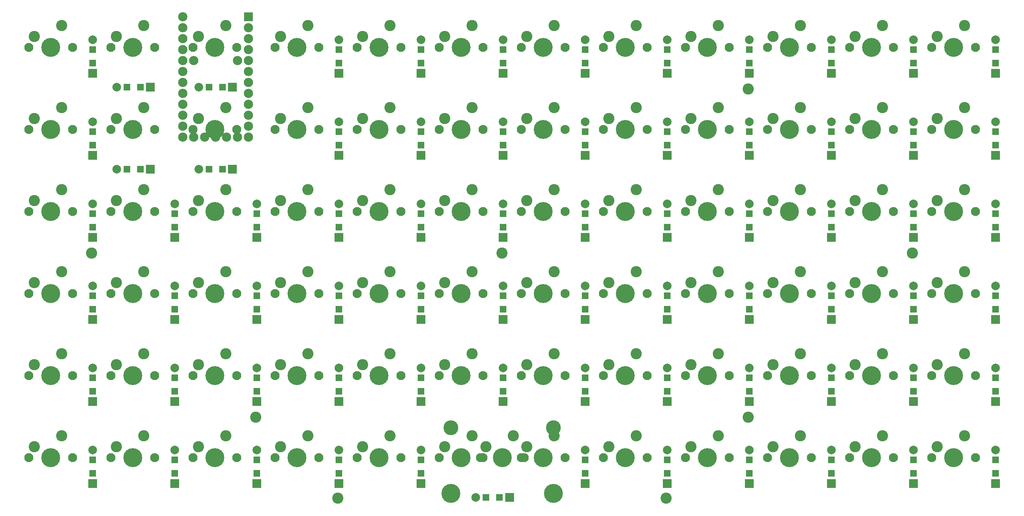
<source format=gts>
G04 #@! TF.FileFunction,Soldermask,Top*
%FSLAX46Y46*%
G04 Gerber Fmt 4.6, Leading zero omitted, Abs format (unit mm)*
G04 Created by KiCad (PCBNEW 4.0.7) date 09/04/18 16:32:22*
%MOMM*%
%LPD*%
G01*
G04 APERTURE LIST*
%ADD10C,0.100000*%
%ADD11R,1.600000X1.600000*%
%ADD12R,2.000000X2.000000*%
%ADD13C,2.000000*%
%ADD14C,2.600000*%
%ADD15C,4.400000*%
%ADD16C,2.100000*%
%ADD17R,2.152600X2.152600*%
%ADD18C,2.152600*%
%ADD19C,3.450000*%
G04 APERTURE END LIST*
D10*
D11*
X47466200Y-43192500D03*
X47466200Y-46342500D03*
D12*
X47466200Y-48667500D03*
D13*
X47466200Y-40867500D03*
D11*
X55416200Y-51911200D03*
X58566200Y-51911200D03*
D12*
X60891200Y-51911200D03*
D13*
X53091200Y-51911200D03*
D11*
X74466200Y-51911200D03*
X77616200Y-51911200D03*
D12*
X79941200Y-51911200D03*
D13*
X72141200Y-51911200D03*
D11*
X104616000Y-43192500D03*
X104616000Y-46342500D03*
D12*
X104616000Y-48667500D03*
D13*
X104616000Y-40867500D03*
D11*
X123666000Y-43192500D03*
X123666000Y-46342500D03*
D12*
X123666000Y-48667500D03*
D13*
X123666000Y-40867500D03*
D11*
X142716000Y-43192500D03*
X142716000Y-46342500D03*
D12*
X142716000Y-48667500D03*
D13*
X142716000Y-40867500D03*
D11*
X161766000Y-43192500D03*
X161766000Y-46342500D03*
D12*
X161766000Y-48667500D03*
D13*
X161766000Y-40867500D03*
D11*
X180816000Y-43192500D03*
X180816000Y-46342500D03*
D12*
X180816000Y-48667500D03*
D13*
X180816000Y-40867500D03*
D11*
X199866000Y-43192500D03*
X199866000Y-46342500D03*
D12*
X199866000Y-48667500D03*
D13*
X199866000Y-40867500D03*
D11*
X218916000Y-43192500D03*
X218916000Y-46342500D03*
D12*
X218916000Y-48667500D03*
D13*
X218916000Y-40867500D03*
D11*
X237966000Y-43192500D03*
X237966000Y-46342500D03*
D12*
X237966000Y-48667500D03*
D13*
X237966000Y-40867500D03*
D11*
X257016000Y-43192500D03*
X257016000Y-46342500D03*
D12*
X257016000Y-48667500D03*
D13*
X257016000Y-40867500D03*
D11*
X47466200Y-62242500D03*
X47466200Y-65392500D03*
D12*
X47466200Y-67717500D03*
D13*
X47466200Y-59917500D03*
D11*
X55416200Y-70961200D03*
X58566200Y-70961200D03*
D12*
X60891200Y-70961200D03*
D13*
X53091200Y-70961200D03*
D11*
X74466200Y-70961200D03*
X77616200Y-70961200D03*
D12*
X79941200Y-70961200D03*
D13*
X72141200Y-70961200D03*
D11*
X104616000Y-62242500D03*
X104616000Y-65392500D03*
D12*
X104616000Y-67717500D03*
D13*
X104616000Y-59917500D03*
D11*
X123666000Y-62242500D03*
X123666000Y-65392500D03*
D12*
X123666000Y-67717500D03*
D13*
X123666000Y-59917500D03*
D11*
X142716000Y-62242500D03*
X142716000Y-65392500D03*
D12*
X142716000Y-67717500D03*
D13*
X142716000Y-59917500D03*
D11*
X161766000Y-62242500D03*
X161766000Y-65392500D03*
D12*
X161766000Y-67717500D03*
D13*
X161766000Y-59917500D03*
D11*
X180816000Y-62242500D03*
X180816000Y-65392500D03*
D12*
X180816000Y-67717500D03*
D13*
X180816000Y-59917500D03*
D11*
X199866000Y-62242500D03*
X199866000Y-65392500D03*
D12*
X199866000Y-67717500D03*
D13*
X199866000Y-59917500D03*
D11*
X218916000Y-62242500D03*
X218916000Y-65392500D03*
D12*
X218916000Y-67717500D03*
D13*
X218916000Y-59917500D03*
D11*
X237966000Y-62242500D03*
X237966000Y-65392500D03*
D12*
X237966000Y-67717500D03*
D13*
X237966000Y-59917500D03*
D11*
X257016000Y-62242500D03*
X257016000Y-65392500D03*
D12*
X257016000Y-67717500D03*
D13*
X257016000Y-59917500D03*
D11*
X47466200Y-81292500D03*
X47466200Y-84442500D03*
D12*
X47466200Y-86767500D03*
D13*
X47466200Y-78967500D03*
D11*
X66516200Y-81292500D03*
X66516200Y-84442500D03*
D12*
X66516200Y-86767500D03*
D13*
X66516200Y-78967500D03*
D11*
X85566200Y-81292500D03*
X85566200Y-84442500D03*
D12*
X85566200Y-86767500D03*
D13*
X85566200Y-78967500D03*
D11*
X104616000Y-81292500D03*
X104616000Y-84442500D03*
D12*
X104616000Y-86767500D03*
D13*
X104616000Y-78967500D03*
D11*
X123666000Y-81292500D03*
X123666000Y-84442500D03*
D12*
X123666000Y-86767500D03*
D13*
X123666000Y-78967500D03*
D11*
X142716000Y-81292500D03*
X142716000Y-84442500D03*
D12*
X142716000Y-86767500D03*
D13*
X142716000Y-78967500D03*
D11*
X161766000Y-81292500D03*
X161766000Y-84442500D03*
D12*
X161766000Y-86767500D03*
D13*
X161766000Y-78967500D03*
D11*
X180816000Y-81292500D03*
X180816000Y-84442500D03*
D12*
X180816000Y-86767500D03*
D13*
X180816000Y-78967500D03*
D11*
X199866000Y-81292500D03*
X199866000Y-84442500D03*
D12*
X199866000Y-86767500D03*
D13*
X199866000Y-78967500D03*
D11*
X218916000Y-81292500D03*
X218916000Y-84442500D03*
D12*
X218916000Y-86767500D03*
D13*
X218916000Y-78967500D03*
D11*
X237966000Y-81292500D03*
X237966000Y-84442500D03*
D12*
X237966000Y-86767500D03*
D13*
X237966000Y-78967500D03*
D11*
X257016000Y-81292500D03*
X257016000Y-84442500D03*
D12*
X257016000Y-86767500D03*
D13*
X257016000Y-78967500D03*
D11*
X47466200Y-100343000D03*
X47466200Y-103493000D03*
D12*
X47466200Y-105818000D03*
D13*
X47466200Y-98018000D03*
D11*
X66516200Y-100343000D03*
X66516200Y-103493000D03*
D12*
X66516200Y-105818000D03*
D13*
X66516200Y-98018000D03*
D11*
X85566200Y-100343000D03*
X85566200Y-103493000D03*
D12*
X85566200Y-105818000D03*
D13*
X85566200Y-98018000D03*
D11*
X104616000Y-100343000D03*
X104616000Y-103493000D03*
D12*
X104616000Y-105818000D03*
D13*
X104616000Y-98018000D03*
D11*
X123666000Y-100343000D03*
X123666000Y-103493000D03*
D12*
X123666000Y-105818000D03*
D13*
X123666000Y-98018000D03*
D11*
X142716000Y-100343000D03*
X142716000Y-103493000D03*
D12*
X142716000Y-105818000D03*
D13*
X142716000Y-98018000D03*
D11*
X161766000Y-100343000D03*
X161766000Y-103493000D03*
D12*
X161766000Y-105818000D03*
D13*
X161766000Y-98018000D03*
D11*
X180816000Y-100343000D03*
X180816000Y-103493000D03*
D12*
X180816000Y-105818000D03*
D13*
X180816000Y-98018000D03*
D11*
X199866000Y-100343000D03*
X199866000Y-103493000D03*
D12*
X199866000Y-105818000D03*
D13*
X199866000Y-98018000D03*
D11*
X218916000Y-100343000D03*
X218916000Y-103493000D03*
D12*
X218916000Y-105818000D03*
D13*
X218916000Y-98018000D03*
D11*
X237966000Y-100343000D03*
X237966000Y-103493000D03*
D12*
X237966000Y-105818000D03*
D13*
X237966000Y-98018000D03*
D11*
X257016000Y-100343000D03*
X257016000Y-103493000D03*
D12*
X257016000Y-105818000D03*
D13*
X257016000Y-98018000D03*
D11*
X47466200Y-119393000D03*
X47466200Y-122543000D03*
D12*
X47466200Y-124868000D03*
D13*
X47466200Y-117068000D03*
D11*
X66516200Y-119393000D03*
X66516200Y-122543000D03*
D12*
X66516200Y-124868000D03*
D13*
X66516200Y-117068000D03*
D11*
X85566200Y-119393000D03*
X85566200Y-122543000D03*
D12*
X85566200Y-124868000D03*
D13*
X85566200Y-117068000D03*
D11*
X104616000Y-119393000D03*
X104616000Y-122543000D03*
D12*
X104616000Y-124868000D03*
D13*
X104616000Y-117068000D03*
D11*
X123666000Y-119393000D03*
X123666000Y-122543000D03*
D12*
X123666000Y-124868000D03*
D13*
X123666000Y-117068000D03*
D11*
X142716000Y-119393000D03*
X142716000Y-122543000D03*
D12*
X142716000Y-124868000D03*
D13*
X142716000Y-117068000D03*
D11*
X161766000Y-119393000D03*
X161766000Y-122543000D03*
D12*
X161766000Y-124868000D03*
D13*
X161766000Y-117068000D03*
D11*
X180816000Y-119393000D03*
X180816000Y-122543000D03*
D12*
X180816000Y-124868000D03*
D13*
X180816000Y-117068000D03*
D11*
X199866000Y-119393000D03*
X199866000Y-122543000D03*
D12*
X199866000Y-124868000D03*
D13*
X199866000Y-117068000D03*
D11*
X218916000Y-119393000D03*
X218916000Y-122543000D03*
D12*
X218916000Y-124868000D03*
D13*
X218916000Y-117068000D03*
D11*
X237966000Y-119393000D03*
X237966000Y-122543000D03*
D12*
X237966000Y-124868000D03*
D13*
X237966000Y-117068000D03*
D11*
X257016000Y-119393000D03*
X257016000Y-122543000D03*
D12*
X257016000Y-124868000D03*
D13*
X257016000Y-117068000D03*
D11*
X47466200Y-138443000D03*
X47466200Y-141593000D03*
D12*
X47466200Y-143918000D03*
D13*
X47466200Y-136118000D03*
D11*
X66516200Y-138443000D03*
X66516200Y-141593000D03*
D12*
X66516200Y-143918000D03*
D13*
X66516200Y-136118000D03*
D11*
X85566200Y-138443000D03*
X85566200Y-141593000D03*
D12*
X85566200Y-143918000D03*
D13*
X85566200Y-136118000D03*
D11*
X104616000Y-138443000D03*
X104616000Y-141593000D03*
D12*
X104616000Y-143918000D03*
D13*
X104616000Y-136118000D03*
D11*
X123666000Y-138443000D03*
X123666000Y-141593000D03*
D12*
X123666000Y-143918000D03*
D13*
X123666000Y-136118000D03*
D11*
X138760000Y-147161000D03*
X141910000Y-147161000D03*
D12*
X144235000Y-147161000D03*
D13*
X136435000Y-147161000D03*
D11*
X161766000Y-138443000D03*
X161766000Y-141593000D03*
D12*
X161766000Y-143918000D03*
D13*
X161766000Y-136118000D03*
D11*
X180816000Y-138443000D03*
X180816000Y-141593000D03*
D12*
X180816000Y-143918000D03*
D13*
X180816000Y-136118000D03*
D11*
X199866000Y-138443000D03*
X199866000Y-141593000D03*
D12*
X199866000Y-143918000D03*
D13*
X199866000Y-136118000D03*
D11*
X218916000Y-138443000D03*
X218916000Y-141593000D03*
D12*
X218916000Y-143918000D03*
D13*
X218916000Y-136118000D03*
D11*
X237966000Y-138443000D03*
X237966000Y-141593000D03*
D12*
X237966000Y-143918000D03*
D13*
X237966000Y-136118000D03*
D11*
X257016000Y-138443000D03*
X257016000Y-141593000D03*
D12*
X257016000Y-143918000D03*
D13*
X257016000Y-136118000D03*
D14*
X40322500Y-37623800D03*
X33972500Y-40163800D03*
D15*
X37782500Y-42703800D03*
D16*
X32702500Y-42703800D03*
X42862500Y-42703800D03*
D14*
X59372500Y-37623800D03*
X53022500Y-40163800D03*
D15*
X56832500Y-42703800D03*
D16*
X51752500Y-42703800D03*
X61912500Y-42703800D03*
D14*
X78422500Y-37623800D03*
X72072500Y-40163800D03*
D15*
X75882500Y-42703800D03*
D16*
X70802500Y-42703800D03*
X80962500Y-42703800D03*
D14*
X97472500Y-37623800D03*
X91122500Y-40163800D03*
D15*
X94932500Y-42703800D03*
D16*
X89852500Y-42703800D03*
X100012500Y-42703800D03*
D14*
X116522000Y-37623800D03*
X110172000Y-40163800D03*
D15*
X113982000Y-42703800D03*
D16*
X108902000Y-42703800D03*
X119062000Y-42703800D03*
D14*
X135572000Y-37623800D03*
X129222000Y-40163800D03*
D15*
X133032000Y-42703800D03*
D16*
X127952000Y-42703800D03*
X138112000Y-42703800D03*
D14*
X154622000Y-37623800D03*
X148272000Y-40163800D03*
D15*
X152082000Y-42703800D03*
D16*
X147002000Y-42703800D03*
X157162000Y-42703800D03*
D14*
X173672000Y-37623800D03*
X167322000Y-40163800D03*
D15*
X171132000Y-42703800D03*
D16*
X166052000Y-42703800D03*
X176212000Y-42703800D03*
D14*
X192722000Y-37623800D03*
X186372000Y-40163800D03*
D15*
X190182000Y-42703800D03*
D16*
X185102000Y-42703800D03*
X195262000Y-42703800D03*
D14*
X211772000Y-37623800D03*
X205422000Y-40163800D03*
D15*
X209232000Y-42703800D03*
D16*
X204152000Y-42703800D03*
X214312000Y-42703800D03*
D14*
X230822000Y-37623800D03*
X224472000Y-40163800D03*
D15*
X228282000Y-42703800D03*
D16*
X223202000Y-42703800D03*
X233362000Y-42703800D03*
D14*
X249872000Y-37623800D03*
X243522000Y-40163800D03*
D15*
X247332000Y-42703800D03*
D16*
X242252000Y-42703800D03*
X252412000Y-42703800D03*
D14*
X40322500Y-56673800D03*
X33972500Y-59213800D03*
D15*
X37782500Y-61753800D03*
D16*
X32702500Y-61753800D03*
X42862500Y-61753800D03*
D14*
X59372500Y-56673800D03*
X53022500Y-59213800D03*
D15*
X56832500Y-61753800D03*
D16*
X51752500Y-61753800D03*
X61912500Y-61753800D03*
D14*
X78422500Y-56673800D03*
X72072500Y-59213800D03*
D15*
X75882500Y-61753800D03*
D16*
X70802500Y-61753800D03*
X80962500Y-61753800D03*
D14*
X97472500Y-56673800D03*
X91122500Y-59213800D03*
D15*
X94932500Y-61753800D03*
D16*
X89852500Y-61753800D03*
X100012500Y-61753800D03*
D14*
X116522000Y-56673800D03*
X110172000Y-59213800D03*
D15*
X113982000Y-61753800D03*
D16*
X108902000Y-61753800D03*
X119062000Y-61753800D03*
D14*
X135572000Y-56673800D03*
X129222000Y-59213800D03*
D15*
X133032000Y-61753800D03*
D16*
X127952000Y-61753800D03*
X138112000Y-61753800D03*
D14*
X154622000Y-56673800D03*
X148272000Y-59213800D03*
D15*
X152082000Y-61753800D03*
D16*
X147002000Y-61753800D03*
X157162000Y-61753800D03*
D14*
X173672000Y-56673800D03*
X167322000Y-59213800D03*
D15*
X171132000Y-61753800D03*
D16*
X166052000Y-61753800D03*
X176212000Y-61753800D03*
D14*
X192722000Y-56673800D03*
X186372000Y-59213800D03*
D15*
X190182000Y-61753800D03*
D16*
X185102000Y-61753800D03*
X195262000Y-61753800D03*
D14*
X211772000Y-56673800D03*
X205422000Y-59213800D03*
D15*
X209232000Y-61753800D03*
D16*
X204152000Y-61753800D03*
X214312000Y-61753800D03*
D14*
X230822000Y-56673800D03*
X224472000Y-59213800D03*
D15*
X228282000Y-61753800D03*
D16*
X223202000Y-61753800D03*
X233362000Y-61753800D03*
D14*
X249872000Y-56673800D03*
X243522000Y-59213800D03*
D15*
X247332000Y-61753800D03*
D16*
X242252000Y-61753800D03*
X252412000Y-61753800D03*
D14*
X40322500Y-75723800D03*
X33972500Y-78263800D03*
D15*
X37782500Y-80803800D03*
D16*
X32702500Y-80803800D03*
X42862500Y-80803800D03*
D14*
X59372500Y-75723800D03*
X53022500Y-78263800D03*
D15*
X56832500Y-80803800D03*
D16*
X51752500Y-80803800D03*
X61912500Y-80803800D03*
D14*
X78422500Y-75723800D03*
X72072500Y-78263800D03*
D15*
X75882500Y-80803800D03*
D16*
X70802500Y-80803800D03*
X80962500Y-80803800D03*
D14*
X97472500Y-75723800D03*
X91122500Y-78263800D03*
D15*
X94932500Y-80803800D03*
D16*
X89852500Y-80803800D03*
X100012500Y-80803800D03*
D14*
X116522000Y-75723800D03*
X110172000Y-78263800D03*
D15*
X113982000Y-80803800D03*
D16*
X108902000Y-80803800D03*
X119062000Y-80803800D03*
D14*
X135572000Y-75723800D03*
X129222000Y-78263800D03*
D15*
X133032000Y-80803800D03*
D16*
X127952000Y-80803800D03*
X138112000Y-80803800D03*
D14*
X154622000Y-75723800D03*
X148272000Y-78263800D03*
D15*
X152082000Y-80803800D03*
D16*
X147002000Y-80803800D03*
X157162000Y-80803800D03*
D14*
X173672000Y-75723800D03*
X167322000Y-78263800D03*
D15*
X171132000Y-80803800D03*
D16*
X166052000Y-80803800D03*
X176212000Y-80803800D03*
D14*
X192722000Y-75723800D03*
X186372000Y-78263800D03*
D15*
X190182000Y-80803800D03*
D16*
X185102000Y-80803800D03*
X195262000Y-80803800D03*
D14*
X211772000Y-75723800D03*
X205422000Y-78263800D03*
D15*
X209232000Y-80803800D03*
D16*
X204152000Y-80803800D03*
X214312000Y-80803800D03*
D14*
X230822000Y-75723800D03*
X224472000Y-78263800D03*
D15*
X228282000Y-80803800D03*
D16*
X223202000Y-80803800D03*
X233362000Y-80803800D03*
D14*
X249872000Y-75723800D03*
X243522000Y-78263800D03*
D15*
X247332000Y-80803800D03*
D16*
X242252000Y-80803800D03*
X252412000Y-80803800D03*
D14*
X40322500Y-94773800D03*
X33972500Y-97313800D03*
D15*
X37782500Y-99853800D03*
D16*
X32702500Y-99853800D03*
X42862500Y-99853800D03*
D14*
X59372500Y-94773800D03*
X53022500Y-97313800D03*
D15*
X56832500Y-99853800D03*
D16*
X51752500Y-99853800D03*
X61912500Y-99853800D03*
D14*
X78422500Y-94773800D03*
X72072500Y-97313800D03*
D15*
X75882500Y-99853800D03*
D16*
X70802500Y-99853800D03*
X80962500Y-99853800D03*
D14*
X97472500Y-94773800D03*
X91122500Y-97313800D03*
D15*
X94932500Y-99853800D03*
D16*
X89852500Y-99853800D03*
X100012500Y-99853800D03*
D14*
X116522000Y-94773800D03*
X110172000Y-97313800D03*
D15*
X113982000Y-99853800D03*
D16*
X108902000Y-99853800D03*
X119062000Y-99853800D03*
D14*
X135572000Y-94773800D03*
X129222000Y-97313800D03*
D15*
X133032000Y-99853800D03*
D16*
X127952000Y-99853800D03*
X138112000Y-99853800D03*
D14*
X154622000Y-94773800D03*
X148272000Y-97313800D03*
D15*
X152082000Y-99853800D03*
D16*
X147002000Y-99853800D03*
X157162000Y-99853800D03*
D14*
X173672000Y-94773800D03*
X167322000Y-97313800D03*
D15*
X171132000Y-99853800D03*
D16*
X166052000Y-99853800D03*
X176212000Y-99853800D03*
D14*
X192722000Y-94773800D03*
X186372000Y-97313800D03*
D15*
X190182000Y-99853800D03*
D16*
X185102000Y-99853800D03*
X195262000Y-99853800D03*
D14*
X211772000Y-94773800D03*
X205422000Y-97313800D03*
D15*
X209232000Y-99853800D03*
D16*
X204152000Y-99853800D03*
X214312000Y-99853800D03*
D14*
X230822000Y-94773800D03*
X224472000Y-97313800D03*
D15*
X228282000Y-99853800D03*
D16*
X223202000Y-99853800D03*
X233362000Y-99853800D03*
D14*
X249872000Y-94773800D03*
X243522000Y-97313800D03*
D15*
X247332000Y-99853800D03*
D16*
X242252000Y-99853800D03*
X252412000Y-99853800D03*
D14*
X40322500Y-113824000D03*
X33972500Y-116364000D03*
D15*
X37782500Y-118904000D03*
D16*
X32702500Y-118904000D03*
X42862500Y-118904000D03*
D14*
X59372500Y-113824000D03*
X53022500Y-116364000D03*
D15*
X56832500Y-118904000D03*
D16*
X51752500Y-118904000D03*
X61912500Y-118904000D03*
D14*
X78422500Y-113824000D03*
X72072500Y-116364000D03*
D15*
X75882500Y-118904000D03*
D16*
X70802500Y-118904000D03*
X80962500Y-118904000D03*
D14*
X97472500Y-113824000D03*
X91122500Y-116364000D03*
D15*
X94932500Y-118904000D03*
D16*
X89852500Y-118904000D03*
X100012500Y-118904000D03*
D14*
X116522000Y-113824000D03*
X110172000Y-116364000D03*
D15*
X113982000Y-118904000D03*
D16*
X108902000Y-118904000D03*
X119062000Y-118904000D03*
D14*
X135572000Y-113824000D03*
X129222000Y-116364000D03*
D15*
X133032000Y-118904000D03*
D16*
X127952000Y-118904000D03*
X138112000Y-118904000D03*
D14*
X154622000Y-113824000D03*
X148272000Y-116364000D03*
D15*
X152082000Y-118904000D03*
D16*
X147002000Y-118904000D03*
X157162000Y-118904000D03*
D14*
X173672000Y-113824000D03*
X167322000Y-116364000D03*
D15*
X171132000Y-118904000D03*
D16*
X166052000Y-118904000D03*
X176212000Y-118904000D03*
D14*
X192722000Y-113824000D03*
X186372000Y-116364000D03*
D15*
X190182000Y-118904000D03*
D16*
X185102000Y-118904000D03*
X195262000Y-118904000D03*
D14*
X211772000Y-113824000D03*
X205422000Y-116364000D03*
D15*
X209232000Y-118904000D03*
D16*
X204152000Y-118904000D03*
X214312000Y-118904000D03*
D14*
X230822000Y-113824000D03*
X224472000Y-116364000D03*
D15*
X228282000Y-118904000D03*
D16*
X223202000Y-118904000D03*
X233362000Y-118904000D03*
D14*
X249872000Y-113824000D03*
X243522000Y-116364000D03*
D15*
X247332000Y-118904000D03*
D16*
X242252000Y-118904000D03*
X252412000Y-118904000D03*
D14*
X40322500Y-132874000D03*
X33972500Y-135414000D03*
D15*
X37782500Y-137954000D03*
D16*
X32702500Y-137954000D03*
X42862500Y-137954000D03*
D14*
X59372500Y-132874000D03*
X53022500Y-135414000D03*
D15*
X56832500Y-137954000D03*
D16*
X51752500Y-137954000D03*
X61912500Y-137954000D03*
D14*
X78422500Y-132874000D03*
X72072500Y-135414000D03*
D15*
X75882500Y-137954000D03*
D16*
X70802500Y-137954000D03*
X80962500Y-137954000D03*
D14*
X97472500Y-132874000D03*
X91122500Y-135414000D03*
D15*
X94932500Y-137954000D03*
D16*
X89852500Y-137954000D03*
X100012500Y-137954000D03*
D14*
X116522000Y-132874000D03*
X110172000Y-135414000D03*
D15*
X113982000Y-137954000D03*
D16*
X108902000Y-137954000D03*
X119062000Y-137954000D03*
D14*
X135572000Y-132874000D03*
X129222000Y-135414000D03*
D15*
X133032000Y-137954000D03*
D16*
X127952000Y-137954000D03*
X138112000Y-137954000D03*
D14*
X154622000Y-132874000D03*
X148272000Y-135414000D03*
D15*
X152082000Y-137954000D03*
D16*
X147002000Y-137954000D03*
X157162000Y-137954000D03*
D14*
X173672000Y-132874000D03*
X167322000Y-135414000D03*
D15*
X171132000Y-137954000D03*
D16*
X166052000Y-137954000D03*
X176212000Y-137954000D03*
D14*
X192722000Y-132874000D03*
X186372000Y-135414000D03*
D15*
X190182000Y-137954000D03*
D16*
X185102000Y-137954000D03*
X195262000Y-137954000D03*
D14*
X211772000Y-132874000D03*
X205422000Y-135414000D03*
D15*
X209232000Y-137954000D03*
D16*
X204152000Y-137954000D03*
X214312000Y-137954000D03*
D14*
X230822000Y-132874000D03*
X224472000Y-135414000D03*
D15*
X228282000Y-137954000D03*
D16*
X223202000Y-137954000D03*
X233362000Y-137954000D03*
D14*
X249872000Y-132874000D03*
X243522000Y-135414000D03*
D15*
X247332000Y-137954000D03*
D16*
X242252000Y-137954000D03*
X252412000Y-137954000D03*
D17*
X83661200Y-35560000D03*
D18*
X83661200Y-38100000D03*
X83661200Y-40640000D03*
X83661200Y-43180000D03*
X83661200Y-45720000D03*
X83661200Y-48260000D03*
X83661200Y-50800000D03*
X83661200Y-53340000D03*
X83661200Y-55880000D03*
X83661200Y-58420000D03*
X83661200Y-60960000D03*
X83661200Y-63500000D03*
X81121200Y-63500000D03*
X78581200Y-63500000D03*
X76041200Y-63500000D03*
X73501200Y-63500000D03*
X70961200Y-63500000D03*
X68421200Y-63500000D03*
X68421200Y-60960000D03*
X68421200Y-58420000D03*
X68421200Y-55880000D03*
X68421200Y-53340000D03*
X68421200Y-50800000D03*
X68421200Y-48260000D03*
X68421200Y-45720000D03*
X68421200Y-43180000D03*
X68421200Y-40640000D03*
X68421200Y-38100000D03*
X68421200Y-35560000D03*
X70961200Y-45720000D03*
X81121200Y-45720000D03*
D14*
X145098000Y-132874000D03*
X138748000Y-135414000D03*
D15*
X142558000Y-137954000D03*
D16*
X137478000Y-137954000D03*
X147638000Y-137954000D03*
D15*
X154458000Y-146194000D03*
X130658000Y-146194000D03*
D19*
X130658000Y-130954000D03*
X154458000Y-130954000D03*
D14*
X104394000Y-147320000D03*
X180594000Y-147320000D03*
X47244000Y-90424000D03*
X237744000Y-90424000D03*
X199644000Y-52324000D03*
X199644000Y-128524000D03*
X85344000Y-128524000D03*
X142494000Y-90424000D03*
M02*

</source>
